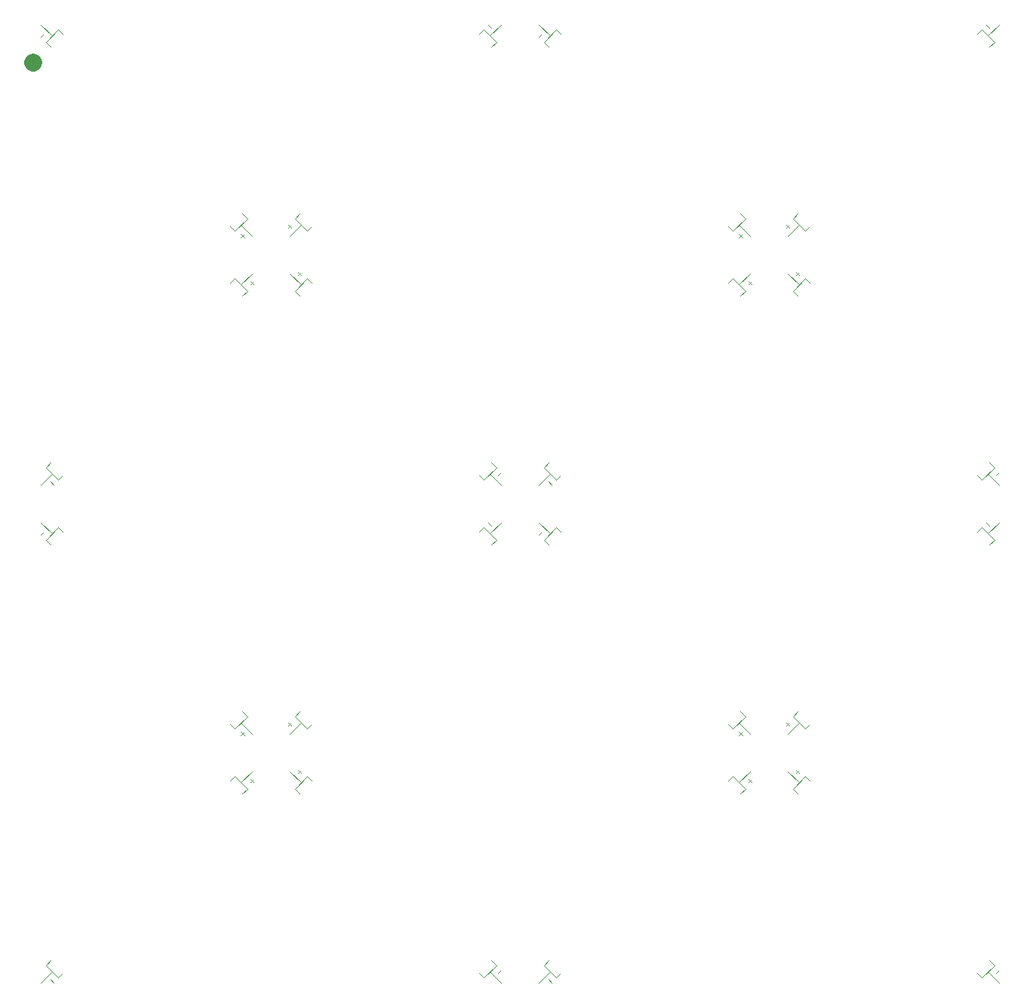
<source format=gbr>
G04 #@! TF.GenerationSoftware,KiCad,Pcbnew,(5.1.5)-3*
G04 #@! TF.CreationDate,2021-04-02T02:22:22+08:00*
G04 #@! TF.ProjectId,FilamentLEDWall,46696c61-6d65-46e7-944c-454457616c6c,rev?*
G04 #@! TF.SameCoordinates,Original*
G04 #@! TF.FileFunction,Legend,Top*
G04 #@! TF.FilePolarity,Positive*
%FSLAX46Y46*%
G04 Gerber Fmt 4.6, Leading zero omitted, Abs format (unit mm)*
G04 Created by KiCad (PCBNEW (5.1.5)-3) date 2021-04-02 02:22:22*
%MOMM*%
%LPD*%
G04 APERTURE LIST*
%ADD10C,2.000000*%
%ADD11C,0.120000*%
G04 APERTURE END LIST*
D10*
X60590000Y-31540000D02*
X60590000Y-31540000D01*
D11*
X112013378Y-27669515D02*
X111659825Y-27315961D01*
X111836602Y-28553398D02*
X113074039Y-27315961D01*
X89209185Y-50120155D02*
X89562738Y-49766602D01*
X89562738Y-50120155D02*
X89209185Y-49766602D01*
X90623398Y-49766602D02*
X89385961Y-51004039D01*
X111129495Y-27846292D02*
X110599165Y-28376622D01*
X112543708Y-29260505D02*
X112013378Y-29790835D01*
X91330505Y-50473708D02*
X91860835Y-49943378D01*
X89916292Y-49059495D02*
X90446622Y-48529165D01*
X89916292Y-49059495D02*
X91330505Y-50473708D01*
X112543708Y-29260505D02*
X111129495Y-27846292D01*
X62506622Y-134470485D02*
X62860175Y-134824039D01*
X62683398Y-133586602D02*
X61445961Y-134824039D01*
X85310815Y-112019845D02*
X84957262Y-112373398D01*
X84957262Y-112019845D02*
X85310815Y-112373398D01*
X83896602Y-112373398D02*
X85134039Y-111135961D01*
X63390505Y-134293708D02*
X63920835Y-133763378D01*
X61976292Y-132879495D02*
X62506622Y-132349165D01*
X83189495Y-111666292D02*
X82659165Y-112196622D01*
X84603708Y-113080505D02*
X84073378Y-113610835D01*
X84603708Y-113080505D02*
X83189495Y-111666292D01*
X61976292Y-132879495D02*
X63390505Y-134293708D01*
X168600485Y-133763378D02*
X168954039Y-133409825D01*
X167716602Y-133586602D02*
X168954039Y-134824039D01*
X146149845Y-110959185D02*
X146503398Y-111312738D01*
X146149845Y-111312738D02*
X146503398Y-110959185D01*
X146503398Y-112373398D02*
X145265961Y-111135961D01*
X168423708Y-132879495D02*
X167893378Y-132349165D01*
X167009495Y-134293708D02*
X166479165Y-133763378D01*
X145796292Y-113080505D02*
X146326622Y-113610835D01*
X147210505Y-111666292D02*
X147740835Y-112196622D01*
X147210505Y-111666292D02*
X145796292Y-113080505D01*
X167009495Y-134293708D02*
X168423708Y-132879495D01*
X118386622Y-134470485D02*
X118740175Y-134824039D01*
X118563398Y-133586602D02*
X117325961Y-134824039D01*
X141190815Y-112019845D02*
X140837262Y-112373398D01*
X140837262Y-112019845D02*
X141190815Y-112373398D01*
X139776602Y-112373398D02*
X141014039Y-111135961D01*
X119270505Y-134293708D02*
X119800835Y-133763378D01*
X117856292Y-132879495D02*
X118386622Y-132349165D01*
X139069495Y-111666292D02*
X138539165Y-112196622D01*
X140483708Y-113080505D02*
X139953378Y-113610835D01*
X140483708Y-113080505D02*
X139069495Y-111666292D01*
X117856292Y-132879495D02*
X119270505Y-134293708D01*
X112720485Y-133763378D02*
X113074039Y-133409825D01*
X111836602Y-133586602D02*
X113074039Y-134824039D01*
X90269845Y-110959185D02*
X90623398Y-111312738D01*
X90269845Y-111312738D02*
X90623398Y-110959185D01*
X90623398Y-112373398D02*
X89385961Y-111135961D01*
X112543708Y-132879495D02*
X112013378Y-132349165D01*
X111129495Y-134293708D02*
X110599165Y-133763378D01*
X89916292Y-113080505D02*
X90446622Y-113610835D01*
X91330505Y-111666292D02*
X91860835Y-112196622D01*
X91330505Y-111666292D02*
X89916292Y-113080505D01*
X111129495Y-134293708D02*
X112543708Y-132879495D01*
X167893378Y-83549515D02*
X167539825Y-83195961D01*
X167716602Y-84433398D02*
X168954039Y-83195961D01*
X145089185Y-106000155D02*
X145442738Y-105646602D01*
X145442738Y-106000155D02*
X145089185Y-105646602D01*
X146503398Y-105646602D02*
X145265961Y-106884039D01*
X167009495Y-83726292D02*
X166479165Y-84256622D01*
X168423708Y-85140505D02*
X167893378Y-85670835D01*
X147210505Y-106353708D02*
X147740835Y-105823378D01*
X145796292Y-104939495D02*
X146326622Y-104409165D01*
X145796292Y-104939495D02*
X147210505Y-106353708D01*
X168423708Y-85140505D02*
X167009495Y-83726292D01*
X117679515Y-84256622D02*
X117325961Y-84610175D01*
X118563398Y-84433398D02*
X117325961Y-83195961D01*
X140130155Y-107060815D02*
X139776602Y-106707262D01*
X140130155Y-106707262D02*
X139776602Y-107060815D01*
X139776602Y-105646602D02*
X141014039Y-106884039D01*
X117856292Y-85140505D02*
X118386622Y-85670835D01*
X119270505Y-83726292D02*
X119800835Y-84256622D01*
X140483708Y-104939495D02*
X139953378Y-104409165D01*
X139069495Y-106353708D02*
X138539165Y-105823378D01*
X139069495Y-106353708D02*
X140483708Y-104939495D01*
X119270505Y-83726292D02*
X117856292Y-85140505D01*
X112013378Y-83549515D02*
X111659825Y-83195961D01*
X111836602Y-84433398D02*
X113074039Y-83195961D01*
X89209185Y-106000155D02*
X89562738Y-105646602D01*
X89562738Y-106000155D02*
X89209185Y-105646602D01*
X90623398Y-105646602D02*
X89385961Y-106884039D01*
X111129495Y-83726292D02*
X110599165Y-84256622D01*
X112543708Y-85140505D02*
X112013378Y-85670835D01*
X91330505Y-106353708D02*
X91860835Y-105823378D01*
X89916292Y-104939495D02*
X90446622Y-104409165D01*
X89916292Y-104939495D02*
X91330505Y-106353708D01*
X112543708Y-85140505D02*
X111129495Y-83726292D01*
X61799515Y-84256622D02*
X61445961Y-84610175D01*
X62683398Y-84433398D02*
X61445961Y-83195961D01*
X84250155Y-107060815D02*
X83896602Y-106707262D01*
X84250155Y-106707262D02*
X83896602Y-107060815D01*
X83896602Y-105646602D02*
X85134039Y-106884039D01*
X61976292Y-85140505D02*
X62506622Y-85670835D01*
X63390505Y-83726292D02*
X63920835Y-84256622D01*
X84603708Y-104939495D02*
X84073378Y-104409165D01*
X83189495Y-106353708D02*
X82659165Y-105823378D01*
X83189495Y-106353708D02*
X84603708Y-104939495D01*
X63390505Y-83726292D02*
X61976292Y-85140505D01*
X168600485Y-77883378D02*
X168954039Y-77529825D01*
X167716602Y-77706602D02*
X168954039Y-78944039D01*
X146149845Y-55079185D02*
X146503398Y-55432738D01*
X146149845Y-55432738D02*
X146503398Y-55079185D01*
X146503398Y-56493398D02*
X145265961Y-55255961D01*
X168423708Y-76999495D02*
X167893378Y-76469165D01*
X167009495Y-78413708D02*
X166479165Y-77883378D01*
X145796292Y-57200505D02*
X146326622Y-57730835D01*
X147210505Y-55786292D02*
X147740835Y-56316622D01*
X147210505Y-55786292D02*
X145796292Y-57200505D01*
X167009495Y-78413708D02*
X168423708Y-76999495D01*
X118386622Y-78590485D02*
X118740175Y-78944039D01*
X118563398Y-77706602D02*
X117325961Y-78944039D01*
X141190815Y-56139845D02*
X140837262Y-56493398D01*
X140837262Y-56139845D02*
X141190815Y-56493398D01*
X139776602Y-56493398D02*
X141014039Y-55255961D01*
X119270505Y-78413708D02*
X119800835Y-77883378D01*
X117856292Y-76999495D02*
X118386622Y-76469165D01*
X139069495Y-55786292D02*
X138539165Y-56316622D01*
X140483708Y-57200505D02*
X139953378Y-57730835D01*
X140483708Y-57200505D02*
X139069495Y-55786292D01*
X117856292Y-76999495D02*
X119270505Y-78413708D01*
X112720485Y-77883378D02*
X113074039Y-77529825D01*
X111836602Y-77706602D02*
X113074039Y-78944039D01*
X90269845Y-55079185D02*
X90623398Y-55432738D01*
X90269845Y-55432738D02*
X90623398Y-55079185D01*
X90623398Y-56493398D02*
X89385961Y-55255961D01*
X112543708Y-76999495D02*
X112013378Y-76469165D01*
X111129495Y-78413708D02*
X110599165Y-77883378D01*
X89916292Y-57200505D02*
X90446622Y-57730835D01*
X91330505Y-55786292D02*
X91860835Y-56316622D01*
X91330505Y-55786292D02*
X89916292Y-57200505D01*
X111129495Y-78413708D02*
X112543708Y-76999495D01*
X62506622Y-78590485D02*
X62860175Y-78944039D01*
X62683398Y-77706602D02*
X61445961Y-78944039D01*
X85310815Y-56139845D02*
X84957262Y-56493398D01*
X84957262Y-56139845D02*
X85310815Y-56493398D01*
X83896602Y-56493398D02*
X85134039Y-55255961D01*
X63390505Y-78413708D02*
X63920835Y-77883378D01*
X61976292Y-76999495D02*
X62506622Y-76469165D01*
X83189495Y-55786292D02*
X82659165Y-56316622D01*
X84603708Y-57200505D02*
X84073378Y-57730835D01*
X84603708Y-57200505D02*
X83189495Y-55786292D01*
X61976292Y-76999495D02*
X63390505Y-78413708D01*
X167893378Y-27669515D02*
X167539825Y-27315961D01*
X167716602Y-28553398D02*
X168954039Y-27315961D01*
X145089185Y-50120155D02*
X145442738Y-49766602D01*
X145442738Y-50120155D02*
X145089185Y-49766602D01*
X146503398Y-49766602D02*
X145265961Y-51004039D01*
X167009495Y-27846292D02*
X166479165Y-28376622D01*
X168423708Y-29260505D02*
X167893378Y-29790835D01*
X147210505Y-50473708D02*
X147740835Y-49943378D01*
X145796292Y-49059495D02*
X146326622Y-48529165D01*
X145796292Y-49059495D02*
X147210505Y-50473708D01*
X168423708Y-29260505D02*
X167009495Y-27846292D01*
X117679515Y-28376622D02*
X117325961Y-28730175D01*
X118563398Y-28553398D02*
X117325961Y-27315961D01*
X140130155Y-51180815D02*
X139776602Y-50827262D01*
X140130155Y-50827262D02*
X139776602Y-51180815D01*
X139776602Y-49766602D02*
X141014039Y-51004039D01*
X117856292Y-29260505D02*
X118386622Y-29790835D01*
X119270505Y-27846292D02*
X119800835Y-28376622D01*
X140483708Y-49059495D02*
X139953378Y-48529165D01*
X139069495Y-50473708D02*
X138539165Y-49943378D01*
X139069495Y-50473708D02*
X140483708Y-49059495D01*
X119270505Y-27846292D02*
X117856292Y-29260505D01*
X61799515Y-28376622D02*
X61445961Y-28730175D01*
X62683398Y-28553398D02*
X61445961Y-27315961D01*
X84250155Y-51180815D02*
X83896602Y-50827262D01*
X84250155Y-50827262D02*
X83896602Y-51180815D01*
X83896602Y-49766602D02*
X85134039Y-51004039D01*
X61976292Y-29260505D02*
X62506622Y-29790835D01*
X63390505Y-27846292D02*
X63920835Y-28376622D01*
X84603708Y-49059495D02*
X84073378Y-48529165D01*
X83189495Y-50473708D02*
X82659165Y-49943378D01*
X83189495Y-50473708D02*
X84603708Y-49059495D01*
X63390505Y-27846292D02*
X61976292Y-29260505D01*
M02*

</source>
